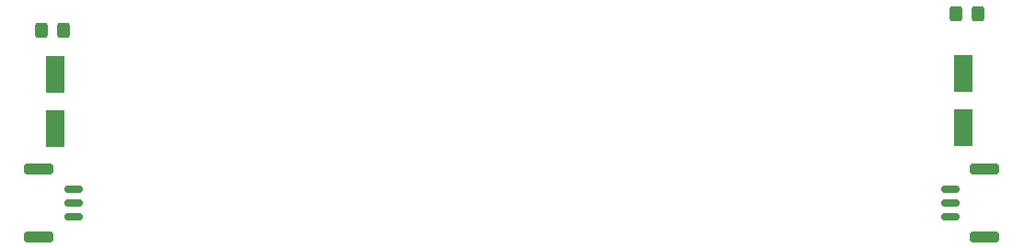
<source format=gbr>
%TF.GenerationSoftware,KiCad,Pcbnew,6.0.4-6f826c9f35~116~ubuntu20.04.1*%
%TF.CreationDate,2022-07-18T09:44:21+00:00*%
%TF.ProjectId,UST2BATTD01A,55535432-4241-4545-9444-3031412e6b69,rev?*%
%TF.SameCoordinates,PX463f660PY87a6900*%
%TF.FileFunction,Paste,Top*%
%TF.FilePolarity,Positive*%
%FSLAX46Y46*%
G04 Gerber Fmt 4.6, Leading zero omitted, Abs format (unit mm)*
G04 Created by KiCad (PCBNEW 6.0.4-6f826c9f35~116~ubuntu20.04.1) date 2022-07-18 09:44:21*
%MOMM*%
%LPD*%
G01*
G04 APERTURE LIST*
G04 Aperture macros list*
%AMRoundRect*
0 Rectangle with rounded corners*
0 $1 Rounding radius*
0 $2 $3 $4 $5 $6 $7 $8 $9 X,Y pos of 4 corners*
0 Add a 4 corners polygon primitive as box body*
4,1,4,$2,$3,$4,$5,$6,$7,$8,$9,$2,$3,0*
0 Add four circle primitives for the rounded corners*
1,1,$1+$1,$2,$3*
1,1,$1+$1,$4,$5*
1,1,$1+$1,$6,$7*
1,1,$1+$1,$8,$9*
0 Add four rect primitives between the rounded corners*
20,1,$1+$1,$2,$3,$4,$5,0*
20,1,$1+$1,$4,$5,$6,$7,0*
20,1,$1+$1,$6,$7,$8,$9,0*
20,1,$1+$1,$8,$9,$2,$3,0*%
G04 Aperture macros list end*
%ADD10RoundRect,0.150000X-0.700000X0.150000X-0.700000X-0.150000X0.700000X-0.150000X0.700000X0.150000X0*%
%ADD11RoundRect,0.250000X-1.100000X0.250000X-1.100000X-0.250000X1.100000X-0.250000X1.100000X0.250000X0*%
%ADD12R,1.800000X3.500000*%
%ADD13RoundRect,0.250000X-0.325000X-0.450000X0.325000X-0.450000X0.325000X0.450000X-0.325000X0.450000X0*%
%ADD14RoundRect,0.250000X0.325000X0.450000X-0.325000X0.450000X-0.325000X-0.450000X0.325000X-0.450000X0*%
%ADD15RoundRect,0.150000X0.700000X-0.150000X0.700000X0.150000X-0.700000X0.150000X-0.700000X-0.150000X0*%
%ADD16RoundRect,0.250000X1.100000X-0.250000X1.100000X0.250000X-1.100000X0.250000X-1.100000X-0.250000X0*%
G04 APERTURE END LIST*
D10*
%TO.C,J2*%
X5406000Y6250000D03*
X5406000Y5000000D03*
X5406000Y3750000D03*
D11*
X2206000Y1900000D03*
X2206000Y8100000D03*
%TD*%
D12*
%TO.C,D2*%
X87249000Y11978000D03*
X87249000Y16978000D03*
%TD*%
D13*
%TO.C,F1*%
X2404000Y20955000D03*
X4454000Y20955000D03*
%TD*%
D12*
%TO.C,D1*%
X3683000Y11851000D03*
X3683000Y16851000D03*
%TD*%
D14*
%TO.C,F2*%
X88655000Y22479000D03*
X86605000Y22479000D03*
%TD*%
D15*
%TO.C,J1*%
X86034000Y3750000D03*
X86034000Y5000000D03*
X86034000Y6250000D03*
D16*
X89234000Y1900000D03*
X89234000Y8100000D03*
%TD*%
M02*

</source>
